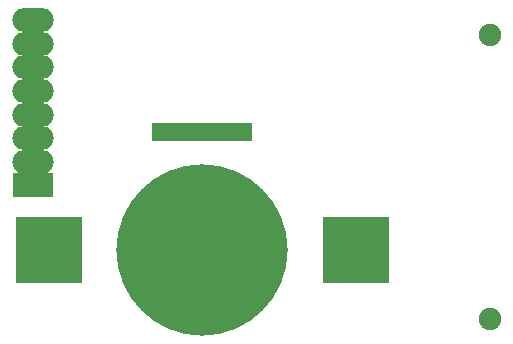
<source format=gbs>
G04 (created by PCBNEW-RS274X (2011-07-08 BZR 3044)-stable) date 27/07/2011 21:08:18*
G01*
G70*
G90*
%MOIN*%
G04 Gerber Fmt 3.4, Leading zero omitted, Abs format*
%FSLAX34Y34*%
G04 APERTURE LIST*
%ADD10C,0.006000*%
%ADD11O,0.138100X0.079100*%
%ADD12R,0.138100X0.079100*%
%ADD13C,0.075100*%
%ADD14R,0.220800X0.220800*%
%ADD15C,0.571200*%
%ADD16R,0.335000X0.059400*%
G04 APERTURE END LIST*
G54D10*
G54D11*
X25217Y-25562D03*
X25217Y-26349D03*
G54D12*
X25217Y-27137D03*
G54D11*
X25217Y-24775D03*
X25217Y-23987D03*
X25217Y-23200D03*
X25217Y-22413D03*
X25217Y-21626D03*
G54D13*
X40441Y-31583D03*
X40441Y-22134D03*
G54D14*
X35972Y-29295D03*
X25736Y-29295D03*
G54D15*
X30854Y-29295D03*
G54D16*
X30854Y-25358D03*
M02*

</source>
